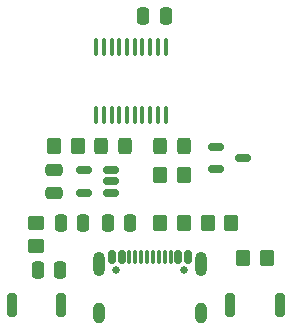
<source format=gbr>
%TF.GenerationSoftware,KiCad,Pcbnew,9.0.6+dfsg-1*%
%TF.CreationDate,2025-12-07T22:35:32+03:00*%
%TF.ProjectId,Custom_STM32F04,43757374-6f6d-45f5-9354-4d3332463034,1*%
%TF.SameCoordinates,Original*%
%TF.FileFunction,Soldermask,Top*%
%TF.FilePolarity,Negative*%
%FSLAX46Y46*%
G04 Gerber Fmt 4.6, Leading zero omitted, Abs format (unit mm)*
G04 Created by KiCad (PCBNEW 9.0.6+dfsg-1) date 2025-12-07 22:35:32*
%MOMM*%
%LPD*%
G01*
G04 APERTURE LIST*
G04 Aperture macros list*
%AMRoundRect*
0 Rectangle with rounded corners*
0 $1 Rounding radius*
0 $2 $3 $4 $5 $6 $7 $8 $9 X,Y pos of 4 corners*
0 Add a 4 corners polygon primitive as box body*
4,1,4,$2,$3,$4,$5,$6,$7,$8,$9,$2,$3,0*
0 Add four circle primitives for the rounded corners*
1,1,$1+$1,$2,$3*
1,1,$1+$1,$4,$5*
1,1,$1+$1,$6,$7*
1,1,$1+$1,$8,$9*
0 Add four rect primitives between the rounded corners*
20,1,$1+$1,$2,$3,$4,$5,0*
20,1,$1+$1,$4,$5,$6,$7,0*
20,1,$1+$1,$6,$7,$8,$9,0*
20,1,$1+$1,$8,$9,$2,$3,0*%
G04 Aperture macros list end*
%ADD10RoundRect,0.150000X0.512500X0.150000X-0.512500X0.150000X-0.512500X-0.150000X0.512500X-0.150000X0*%
%ADD11RoundRect,0.150000X-0.512500X-0.150000X0.512500X-0.150000X0.512500X0.150000X-0.512500X0.150000X0*%
%ADD12RoundRect,0.250000X0.325000X0.450000X-0.325000X0.450000X-0.325000X-0.450000X0.325000X-0.450000X0*%
%ADD13RoundRect,0.250000X-0.350000X-0.450000X0.350000X-0.450000X0.350000X0.450000X-0.350000X0.450000X0*%
%ADD14RoundRect,0.250000X-0.450000X0.350000X-0.450000X-0.350000X0.450000X-0.350000X0.450000X0.350000X0*%
%ADD15RoundRect,0.250000X-0.475000X0.250000X-0.475000X-0.250000X0.475000X-0.250000X0.475000X0.250000X0*%
%ADD16RoundRect,0.200000X-0.200000X-0.800000X0.200000X-0.800000X0.200000X0.800000X-0.200000X0.800000X0*%
%ADD17RoundRect,0.250000X0.250000X0.475000X-0.250000X0.475000X-0.250000X-0.475000X0.250000X-0.475000X0*%
%ADD18C,0.650000*%
%ADD19RoundRect,0.150000X-0.150000X-0.425000X0.150000X-0.425000X0.150000X0.425000X-0.150000X0.425000X0*%
%ADD20RoundRect,0.075000X-0.075000X-0.500000X0.075000X-0.500000X0.075000X0.500000X-0.075000X0.500000X0*%
%ADD21O,1.000000X2.100000*%
%ADD22O,1.000000X1.800000*%
%ADD23RoundRect,0.250000X-0.250000X-0.475000X0.250000X-0.475000X0.250000X0.475000X-0.250000X0.475000X0*%
%ADD24RoundRect,0.100000X-0.100000X0.637500X-0.100000X-0.637500X0.100000X-0.637500X0.100000X0.637500X0*%
G04 APERTURE END LIST*
D10*
%TO.C,U2*%
X157500000Y-94950000D03*
X157500000Y-93050000D03*
X159775000Y-93050000D03*
X159775000Y-94000000D03*
X159775000Y-94950000D03*
%TD*%
D11*
%TO.C,Q1*%
X171000000Y-92000000D03*
X168725000Y-92950000D03*
X168725000Y-91050000D03*
%TD*%
D12*
%TO.C,D1*%
X158975000Y-91000000D03*
X161025000Y-91000000D03*
%TD*%
D13*
%TO.C,R5*%
X157000000Y-91000000D03*
X155000000Y-91000000D03*
%TD*%
%TO.C,R4*%
X168000000Y-97500000D03*
X170000000Y-97500000D03*
%TD*%
%TO.C,R2*%
X171000000Y-100500000D03*
X173000000Y-100500000D03*
%TD*%
D14*
%TO.C,R1*%
X153500000Y-97500000D03*
X153500000Y-99500000D03*
%TD*%
D15*
%TO.C,C5*%
X155000000Y-93050000D03*
X155000000Y-94950000D03*
%TD*%
D16*
%TO.C,BOOT*%
X169900000Y-104500000D03*
X174100000Y-104500000D03*
%TD*%
%TO.C,RST*%
X151400000Y-104500000D03*
X155600000Y-104500000D03*
%TD*%
D17*
%TO.C,C6*%
X157450000Y-97500000D03*
X155550000Y-97500000D03*
%TD*%
D18*
%TO.C,J1*%
X160220000Y-101500000D03*
X166000000Y-101500000D03*
D19*
X159910000Y-100425000D03*
X160710000Y-100425000D03*
D20*
X161860000Y-100425000D03*
X162860000Y-100425000D03*
X163360000Y-100425000D03*
X164360000Y-100425000D03*
D19*
X165510000Y-100425000D03*
X166310000Y-100425000D03*
X166310000Y-100425000D03*
X165510000Y-100425000D03*
D20*
X164860000Y-100425000D03*
X163860000Y-100425000D03*
X162360000Y-100425000D03*
X161360000Y-100425000D03*
D19*
X160710000Y-100425000D03*
X159910000Y-100425000D03*
D21*
X158790000Y-101000000D03*
D22*
X158790000Y-105180000D03*
D21*
X167430000Y-101000000D03*
D22*
X167430000Y-105180000D03*
%TD*%
D23*
%TO.C,C4*%
X159550000Y-97500000D03*
X161450000Y-97500000D03*
%TD*%
%TO.C,C3*%
X162550000Y-80000000D03*
X164450000Y-80000000D03*
%TD*%
D12*
%TO.C,D2*%
X166025000Y-91000000D03*
X163975000Y-91000000D03*
%TD*%
D17*
%TO.C,C2*%
X155500000Y-101500000D03*
X153600000Y-101500000D03*
%TD*%
D24*
%TO.C,U1*%
X164425000Y-82637500D03*
X163775000Y-82637500D03*
X163125000Y-82637500D03*
X162475000Y-82637500D03*
X161825000Y-82637500D03*
X161175000Y-82637500D03*
X160525000Y-82637500D03*
X159875000Y-82637500D03*
X159225000Y-82637500D03*
X158575000Y-82637500D03*
X158575000Y-88362500D03*
X159225000Y-88362500D03*
X159875000Y-88362500D03*
X160525000Y-88362500D03*
X161175000Y-88362500D03*
X161825000Y-88362500D03*
X162475000Y-88362500D03*
X163125000Y-88362500D03*
X163775000Y-88362500D03*
X164425000Y-88362500D03*
%TD*%
D13*
%TO.C,R3*%
X164000000Y-97500000D03*
X166000000Y-97500000D03*
%TD*%
%TO.C,R6*%
X164000000Y-93500000D03*
X166000000Y-93500000D03*
%TD*%
M02*

</source>
